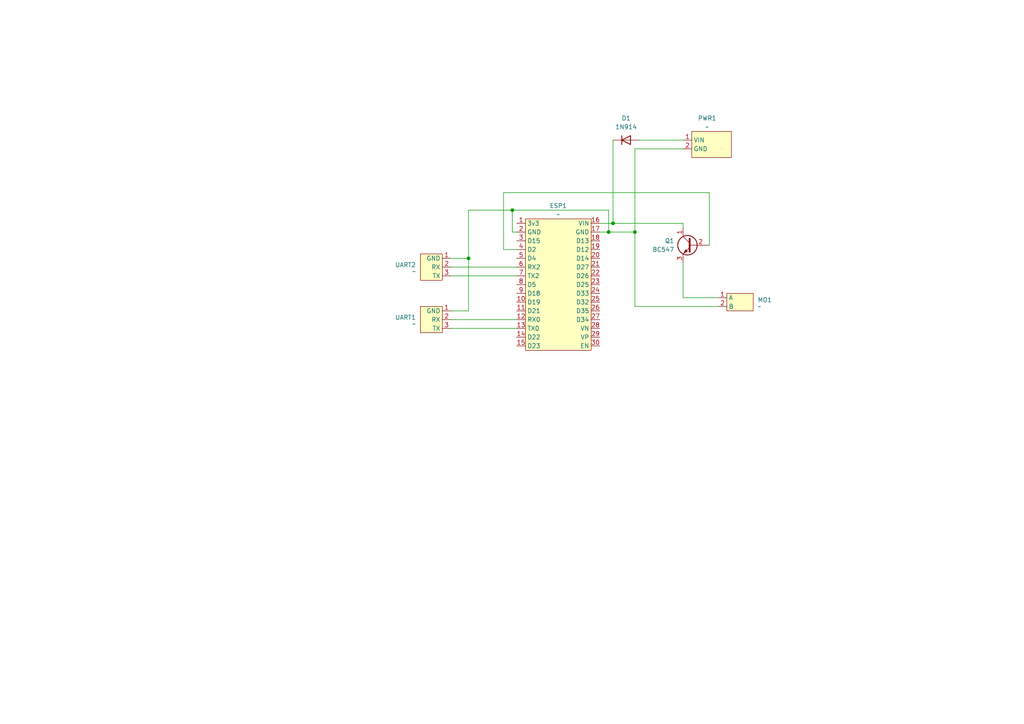
<source format=kicad_sch>
(kicad_sch (version 20231120) (generator "eeschema") (generator_version "8.0")
  (paper "A4")
  (title_block (title "EspTelegraph"))
  (lib_symbols
    (symbol "Diode:1N914" (pin_numbers hide) (pin_names hide)
      (property "Reference" "D" (at 0 2.54 0))
      (property "Value" "1N914" (at 0 -2.54 0))
      (symbol "1N914_0_1"
        (polyline (pts (xy -1.27 1.27) (xy -1.27 -1.27)) (stroke (width 0.254)))
        (polyline (pts (xy 1.27 0) (xy -1.27 0)))
        (polyline (pts (xy 1.27 1.27) (xy 1.27 -1.27) (xy -1.27 0) (xy 1.27 1.27)) (stroke (width 0.254)))
      )
      (symbol "1N914_1_1"
        (pin passive line (at -3.81 0 0) (length 2.54) (name "K") (number "1"))
        (pin passive line (at 3.81 0 180) (length 2.54) (name "A") (number "2"))
      )
    )
    (symbol "EspTelegraph:Esp32Dev"
      (property "Reference" "ESP" (at 1.778 3.302 0))
      (symbol "Esp32Dev_1_1"
        (rectangle (start 0 1.27) (end 19.05 -36.83) (fill (type background)))
        (pin power_in line (at -2.54 0 0) (length 2.54) (name "3v3") (number "1"))
        (pin bidirectional line (at -2.54 -22.86 0) (length 2.54) (name "D19") (number "10"))
        (pin bidirectional line (at -2.54 -25.4 0) (length 2.54) (name "D21") (number "11"))
        (pin input line (at -2.54 -27.94 0) (length 2.54) (name "RX0") (number "12"))
        (pin output line (at -2.54 -30.48 0) (length 2.54) (name "TX0") (number "13"))
        (pin bidirectional line (at -2.54 -33.02 0) (length 2.54) (name "D22") (number "14"))
        (pin bidirectional line (at -2.54 -35.56 0) (length 2.54) (name "D23") (number "15"))
        (pin power_in line (at 21.59 0 180) (length 2.54) (name "VIN") (number "16"))
        (pin passive line (at 21.59 -2.54 180) (length 2.54) (name "GND") (number "17"))
        (pin bidirectional line (at 21.59 -5.08 180) (length 2.54) (name "D13") (number "18"))
        (pin bidirectional line (at 21.59 -7.62 180) (length 2.54) (name "D12") (number "19"))
        (pin passive line (at -2.54 -2.54 0) (length 2.54) (name "GND") (number "2"))
        (pin bidirectional line (at 21.59 -10.16 180) (length 2.54) (name "D14") (number "20"))
        (pin bidirectional line (at 21.59 -12.7 180) (length 2.54) (name "D27") (number "21"))
        (pin bidirectional line (at 21.59 -15.24 180) (length 2.54) (name "D26") (number "22"))
        (pin bidirectional line (at 21.59 -17.78 180) (length 2.54) (name "D25") (number "23"))
        (pin bidirectional line (at 21.59 -20.32 180) (length 2.54) (name "D33") (number "24"))
        (pin bidirectional line (at 21.59 -22.86 180) (length 2.54) (name "D32") (number "25"))
        (pin bidirectional line (at 21.59 -25.4 180) (length 2.54) (name "D35") (number "26"))
        (pin bidirectional line (at 21.59 -27.94 180) (length 2.54) (name "D34") (number "27"))
        (pin input line (at 21.59 -30.48 180) (length 2.54) (name "VN") (number "28"))
        (pin input line (at 21.59 -33.02 180) (length 2.54) (name "VP") (number "29"))
        (pin bidirectional line (at -2.54 -5.08 0) (length 2.54) (name "D15") (number "3"))
        (pin input line (at 21.59 -35.56 180) (length 2.54) (name "EN") (number "30"))
        (pin bidirectional line (at -2.54 -7.62 0) (length 2.54) (name "D2") (number "4"))
        (pin bidirectional line (at -2.54 -10.16 0) (length 2.54) (name "D4") (number "5"))
        (pin input line (at -2.54 -12.7 0) (length 2.54) (name "RX2") (number "6"))
        (pin output line (at -2.54 -15.24 0) (length 2.54) (name "TX2") (number "7"))
        (pin bidirectional line (at -2.54 -17.78 0) (length 2.54) (name "D5") (number "8"))
        (pin bidirectional line (at -2.54 -20.32 0) (length 2.54) (name "D18") (number "9"))
      )
    )
    (symbol "EspTelegraph:MorseOutput"
      (property "Reference" "MO" (at 1.016 1.016 0))
      (symbol "MorseOutput_1_1"
        (rectangle (start 0 0) (end 7.62 -5.08) (fill (type background)))
        (pin bidirectional line (at -2.54 -1.27 0) (length 2.54) (name "A") (number "1"))
        (pin bidirectional line (at -2.54 -3.81 0) (length 2.54) (name "B") (number "2"))
      )
    )
    (symbol "EspTelegraph:PowerInput"
      (property "Reference" "PWR" (at 2.032 1.016 0))
      (symbol "PowerInput_0_1"
        (rectangle (start 8.89 -5.08) (end 8.89 -5.08))
      )
      (symbol "PowerInput_1_1"
        (rectangle (start 0 0) (end 11.43 -7.62) (fill (type background)))
        (pin power_in line (at -2.54 -2.54 0) (length 2.54) (name "VIN") (number "1"))
        (pin power_out line (at -2.54 -5.08 0) (length 2.54) (name "GND") (number "2"))
      )
    )
    (symbol "EspTelegraph:UART_Port"
      (property "Reference" "UART" (at 2.286 1.016 0))
      (symbol "UART_Port_1_1"
        (rectangle (start 0 0) (end 6.35 -7.62) (fill (type background)))
        (pin power_out line (at -2.54 -1.27 0) (length 2.54) (name "GND") (number "1"))
        (pin input line (at -2.54 -3.81 0) (length 2.54) (name "RX") (number "2"))
        (pin output line (at -2.54 -6.35 0) (length 2.54) (name "TX") (number "3"))
      )
    )
    (symbol "Transistor_BJT:BC547" (pin_names (offset 0) hide)
      (property "Reference" "Q" (at 5.08 1.905 0))
      (property "Value" "BC547" (at 5.08 0 0))
      (symbol "BC547_0_1"
        (polyline (pts (xy 0 0) (xy 0.635 0)))
        (polyline (pts (xy 0.635 0.635) (xy 2.54 2.54)))
        (polyline (pts (xy 0.635 -0.635) (xy 2.54 -2.54) (xy 2.54 -2.54)))
        (polyline (pts (xy 0.635 1.905) (xy 0.635 -1.905) (xy 0.635 -1.905)) (stroke (width 0.508)))
        (polyline (pts (xy 1.27 -1.778) (xy 1.778 -1.27) (xy 2.286 -2.286) (xy 1.27 -1.778) (xy 1.27 -1.778)) (fill (type outline)))
        (circle (center 1.27 0) (radius 2.8194) (stroke (width 0.254)))
      )
      (symbol "BC547_1_1"
        (pin passive line (at 2.54 5.08 270) (length 2.54) (name "C") (number "1"))
        (pin input line (at -5.08 0 0) (length 5.08) (name "B") (number "2"))
        (pin passive line (at 2.54 -5.08 90) (length 2.54) (name "E") (number "3"))
      )
    )
  )
  (junction (at 176.53 67.31))
  (junction (at 184.15 67.31))
  (junction (at 148.59 60.96))
  (junction (at 135.89 74.93))
  (junction (at 177.8 64.77))
  (wire (pts (xy 177.8 64.77) (xy 198.12 64.77)))
  (wire (pts (xy 184.15 43.18) (xy 184.15 67.31)))
  (wire (pts (xy 148.59 60.96) (xy 176.53 60.96)))
  (wire (pts (xy 198.12 86.36) (xy 198.12 76.2)))
  (wire (pts (xy 208.28 86.36) (xy 198.12 86.36)))
  (wire (pts (xy 149.86 67.31) (xy 148.59 67.31)))
  (wire (pts (xy 130.81 92.71) (xy 149.86 92.71)))
  (wire (pts (xy 148.59 67.31) (xy 148.59 60.96)))
  (wire (pts (xy 146.05 72.39) (xy 149.86 72.39)))
  (wire (pts (xy 146.05 55.88) (xy 205.74 55.88)))
  (wire (pts (xy 205.74 55.88) (xy 205.74 71.12)))
  (wire (pts (xy 130.81 95.25) (xy 149.86 95.25)))
  (wire (pts (xy 184.15 88.9) (xy 184.15 67.31)))
  (wire (pts (xy 148.59 60.96) (xy 135.89 60.96)))
  (wire (pts (xy 185.42 40.64) (xy 198.12 40.64)))
  (wire (pts (xy 135.89 74.93) (xy 130.81 74.93)))
  (wire (pts (xy 135.89 90.17) (xy 135.89 74.93)))
  (wire (pts (xy 173.99 64.77) (xy 177.8 64.77)))
  (wire (pts (xy 176.53 60.96) (xy 176.53 67.31)))
  (wire (pts (xy 146.05 55.88) (xy 146.05 72.39)))
  (wire (pts (xy 208.28 88.9) (xy 184.15 88.9)))
  (wire (pts (xy 198.12 64.77) (xy 198.12 66.04)))
  (wire (pts (xy 173.99 67.31) (xy 176.53 67.31)))
  (wire (pts (xy 135.89 60.96) (xy 135.89 74.93)))
  (wire (pts (xy 130.81 80.01) (xy 149.86 80.01)))
  (wire (pts (xy 130.81 77.47) (xy 149.86 77.47)))
  (wire (pts (xy 130.81 90.17) (xy 135.89 90.17)))
  (wire (pts (xy 177.8 40.64) (xy 177.8 64.77)))
  (wire (pts (xy 176.53 67.31) (xy 184.15 67.31)))
  (wire (pts (xy 198.12 43.18) (xy 184.15 43.18)))
  (symbol (lib_id "EspTelegraph:PowerInput") (at 200.66 38.1 0) (unit 1)
    (property "Reference" "PWR1" (at 205.105 34.29 0))
    (property "Value" "~" (at 205.105 36.83 0))
    (property "Footprint" "EspTelegraph:PowerInput" (effects (hide yes)))
  )
  (symbol (lib_id "Diode:1N914") (at 181.61 40.64 0) (unit 1)
    (property "Reference" "D1" (at 181.61 34.29 0))
    (property "Value" "1N914" (at 181.61 36.83 0))
    (property "Footprint" "Diode_THT:D_DO-35_SOD27_P7.62mm_Horizontal" (effects (hide yes)))
    (property "Datasheet" "http://www.vishay.com/docs/85622/1n914.pdf" (effects (hide yes)))
    (property "Description" "100V 0.3A Small Signal Fast Switching Diode, DO-35" (effects (hide yes)))
    (property "Sim.Device" "D" (effects (hide yes)))
    (property "Sim.Pins" "1=K 2=A" (effects (hide yes)))
  )
  (symbol (lib_id "EspTelegraph:UART_Port") (at 128.27 73.66 0) (mirror y) (unit 1)
    (property "Reference" "UART2" (at 120.65 76.8349 0) (effects (justify left)))
    (property "Value" "~" (at 120.65 78.74 0) (effects (justify left)))
    (property "Footprint" "EspTelegraph:UART" (effects (hide yes)))
  )
  (symbol (lib_id "Transistor_BJT:BC547") (at 200.66 71.12 0) (mirror y) (unit 1)
    (property "Reference" "Q1" (at 195.58 69.8499 0) (effects (justify left)))
    (property "Value" "BC547" (at 195.58 72.3899 0) (effects (justify left)))
    (property "Footprint" "Package_TO_SOT_THT:TO-92_Inline" (effects (hide yes)))
    (property "Datasheet" "https://www.onsemi.com/pub/Collateral/BC550-D.pdf" (effects (hide yes)))
    (property "Description" "0.1A Ic, 45V Vce, Small Signal NPN Transistor, TO-92" (effects (hide yes)))
  )
  (symbol (lib_id "EspTelegraph:Esp32Dev") (at 152.4 64.77 0) (unit 1)
    (property "Reference" "ESP1" (at 161.925 59.69 0))
    (property "Value" "~" (at 161.925 62.23 0))
    (property "Footprint" "EspTelegraph:Esp32Dev" (effects (hide yes)))
  )
  (symbol (lib_id "EspTelegraph:UART_Port") (at 128.27 88.9 0) (mirror y) (unit 1)
    (property "Reference" "UART1" (at 120.65 92.0749 0) (effects (justify left)))
    (property "Value" "~" (at 120.65 93.98 0) (effects (justify left)))
    (property "Footprint" "EspTelegraph:UART" (effects (hide yes)))
  )
  (symbol (lib_id "EspTelegraph:MorseOutput") (at 210.82 85.09 0) (unit 1)
    (property "Reference" "MO1" (at 219.71 86.9949 0) (effects (justify left)))
    (property "Value" "~" (at 219.71 88.9 0) (effects (justify left)))
    (property "Footprint" "EspTelegraph:MorseOutput" (effects (hide yes)))
  )
)
</source>
